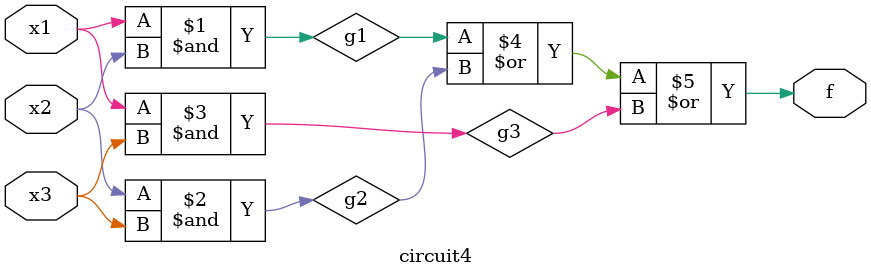
<source format=v>
module circuit4(x1,x2,x3,f);
input x1,x2,x3;
output f;
and(g1,x1,x2);
and(g2,x2,x3);
and(g3,x1,x3);
or(f,g1,g2,g3);
endmodule

</source>
